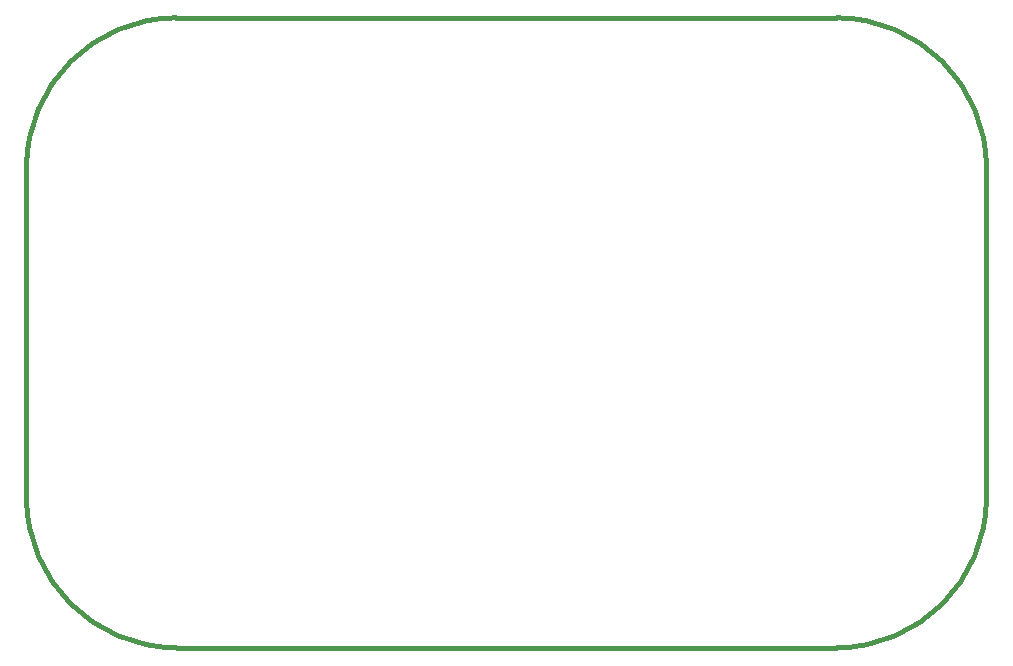
<source format=gko>
G04*
G04 #@! TF.GenerationSoftware,Altium Limited,Altium Designer,18.1.9 (240)*
G04*
G04 Layer_Color=16711935*
%FSLAX44Y44*%
%MOMM*%
G71*
G01*
G75*
%ADD150C,0.4000*%
D150*
X0Y127000D02*
G03*
X127254Y0I127254J254D01*
G01*
X685800D02*
G03*
X812800Y127000I-13J127013D01*
G01*
Y406400D02*
G03*
X685800Y533400I-127013J-13D01*
G01*
X127000D02*
G03*
X0Y406400I13J-127013D01*
G01*
X127254Y0D02*
X685800D01*
X812800Y127000D02*
Y406400D01*
X127000Y533400D02*
X685800D01*
X0Y127000D02*
Y406400D01*
M02*

</source>
